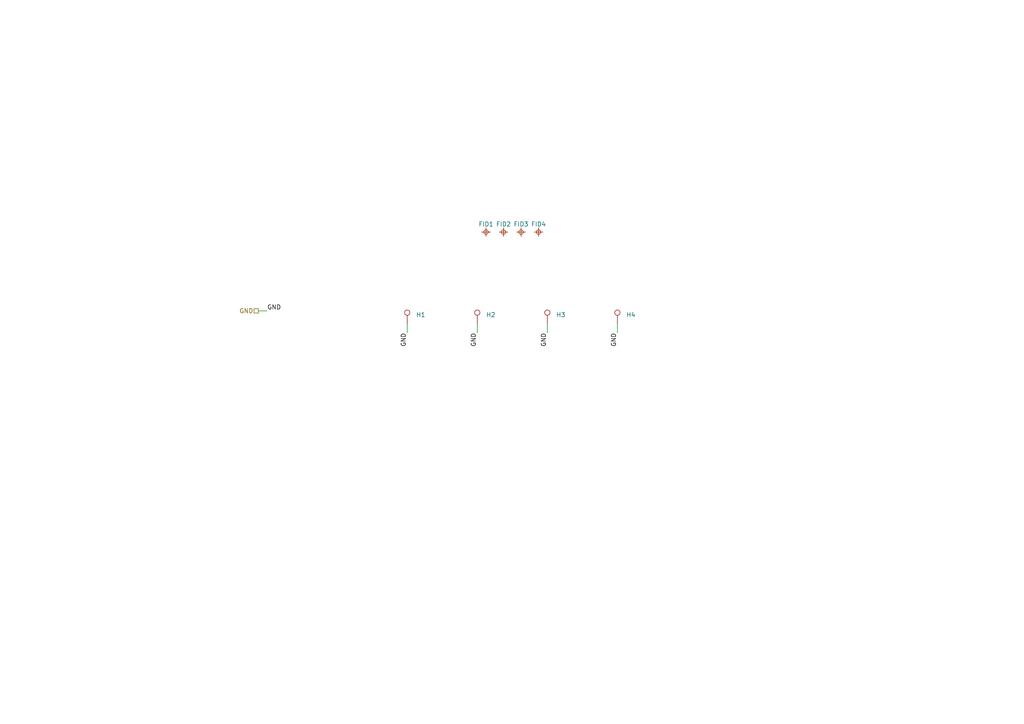
<source format=kicad_sch>
(kicad_sch (version 20250114) (generator "eeschema") (generator_version "9.0")
  (paper "A4")
  (title_block (title "farseer_pcb") (date "2023-12-14") (rev "4.0") (company "Peter Polidoro"))
  (lib_symbols
    (symbol "Janelia:FIDUCIAL_0.5mm_MASK1mm" (pin_numbers (hide yes)) (pin_names (offset 0.762) (hide yes)) (in_bom no)
      (property "Reference" "FID" (at 0 2.286 0))
      (symbol "FIDUCIAL_0.5mm_MASK1mm_0_1"
        (polyline (pts (xy -1.27 0) (xy 1.27 0) (xy 1.27 0)))
        (polyline (pts (xy 0 1.27) (xy 0 -1.27) (xy 0 -1.27)))
        (circle (center 0 0) (radius 0.635) (fill (type background)))
      )
    )
    (symbol "Janelia:MOUNTING_HOLE_2" (pin_numbers (hide yes)) (pin_names (offset 0.762) (hide yes)) (in_bom no)
      (property "Reference" "H" (at 0 5.08 0))
      (symbol "MOUNTING_HOLE_2_0_1"
        (circle (center 0 3.302) (radius 0.762))
      )
      (symbol "MOUNTING_HOLE_2_1_1"
        (pin passive line (at 0 0 90) (length 2.54) (name "1") (number "1"))
      )
    )
  )
  (wire (pts (xy 118.11 93.98) (xy 118.11 96.52)))
  (wire (pts (xy 138.43 93.98) (xy 138.43 96.52)))
  (wire (pts (xy 158.75 93.98) (xy 158.75 96.52)))
  (wire (pts (xy 179.07 93.98) (xy 179.07 96.52)))
  (wire (pts (xy 74.93 90.17) (xy 77.47 90.17)))
  (label "GND" (at 77.47 90.17 0))
  (label "GND" (at 118.11 96.52 270))
  (label "GND" (at 179.07 96.52 270))
  (label "GND" (at 158.75 96.52 270))
  (label "GND" (at 138.43 96.52 270))
  (hierarchical_label "GND" (shape passive) (at 74.93 90.17 180))
  (symbol (lib_id "Janelia:FIDUCIAL_0.5mm_MASK1mm") (at 140.97 67.31 0) (unit 1) (in_bom no)
    (property "Reference" "FID1" (at 140.97 65.024 0))
    (property "Value" "FIDUCIAL_0.5mm_MASK1mm" (effects (hide yes)))
    (property "Footprint" "Janelia:FIDUCIAL_0.5mm_Mask1mm" (effects (hide yes)))
  )
  (symbol (lib_id "Janelia:MOUNTING_HOLE_2") (at 179.07 93.98 0) (unit 1) (in_bom no)
    (property "Reference" "H4" (at 181.61 91.313 0) (effects (justify left)))
    (property "Value" "MOUNTING_HOLE_2" (effects (hide yes)))
    (property "Footprint" "Janelia:MOUNTING_HOLE_2" (effects (hide yes)))
  )
  (symbol (lib_id "Janelia:MOUNTING_HOLE_2") (at 118.11 93.98 0) (unit 1) (in_bom no)
    (property "Reference" "H1" (at 120.65 91.313 0) (effects (justify left)))
    (property "Value" "MOUNTING_HOLE_2" (effects (hide yes)))
    (property "Footprint" "Janelia:MOUNTING_HOLE_2" (effects (hide yes)))
  )
  (symbol (lib_id "Janelia:FIDUCIAL_0.5mm_MASK1mm") (at 151.13 67.31 0) (unit 1) (in_bom no)
    (property "Reference" "FID3" (at 151.13 65.024 0))
    (property "Value" "FIDUCIAL_0.5mm_MASK1mm" (effects (hide yes)))
    (property "Footprint" "Janelia:FIDUCIAL_0.5mm_Mask1mm" (effects (hide yes)))
  )
  (symbol (lib_id "Janelia:FIDUCIAL_0.5mm_MASK1mm") (at 156.21 67.31 0) (unit 1) (in_bom no)
    (property "Reference" "FID4" (at 156.21 65.024 0))
    (property "Value" "FIDUCIAL_0.5mm_MASK1mm" (effects (hide yes)))
    (property "Footprint" "Janelia:FIDUCIAL_0.5mm_Mask1mm" (effects (hide yes)))
  )
  (symbol (lib_id "Janelia:MOUNTING_HOLE_2") (at 138.43 93.98 0) (unit 1) (in_bom no)
    (property "Reference" "H2" (at 140.97 91.313 0) (effects (justify left)))
    (property "Value" "MOUNTING_HOLE_2" (effects (hide yes)))
    (property "Footprint" "Janelia:MOUNTING_HOLE_2" (effects (hide yes)))
  )
  (symbol (lib_id "Janelia:FIDUCIAL_0.5mm_MASK1mm") (at 146.05 67.31 0) (unit 1) (in_bom no)
    (property "Reference" "FID2" (at 146.05 65.024 0))
    (property "Value" "FIDUCIAL_0.5mm_MASK1mm" (effects (hide yes)))
    (property "Footprint" "Janelia:FIDUCIAL_0.5mm_Mask1mm" (effects (hide yes)))
  )
  (symbol (lib_id "Janelia:MOUNTING_HOLE_2") (at 158.75 93.98 0) (unit 1) (in_bom no)
    (property "Reference" "H3" (at 161.29 91.313 0) (effects (justify left)))
    (property "Value" "MOUNTING_HOLE_2" (effects (hide yes)))
    (property "Footprint" "Janelia:MOUNTING_HOLE_2" (effects (hide yes)))
  )
)
</source>
